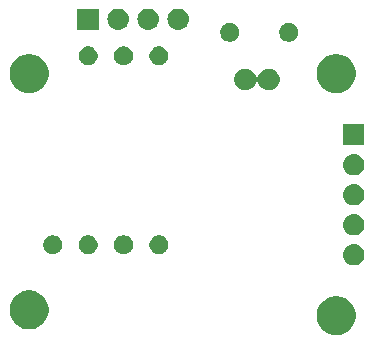
<source format=gbs>
G04 #@! TF.GenerationSoftware,KiCad,Pcbnew,(5.1.2-1)-1*
G04 #@! TF.CreationDate,2019-08-31T04:18:35+09:00*
G04 #@! TF.ProjectId,Schematic,53636865-6d61-4746-9963-2e6b69636164,rev?*
G04 #@! TF.SameCoordinates,Original*
G04 #@! TF.FileFunction,Soldermask,Bot*
G04 #@! TF.FilePolarity,Negative*
%FSLAX46Y46*%
G04 Gerber Fmt 4.6, Leading zero omitted, Abs format (unit mm)*
G04 Created by KiCad (PCBNEW (5.1.2-1)-1) date 2019-08-31 04:18:35*
%MOMM*%
%LPD*%
G04 APERTURE LIST*
%ADD10C,0.100000*%
G04 APERTURE END LIST*
D10*
G36*
X119375256Y-84891298D02*
G01*
X119481579Y-84912447D01*
X119782042Y-85036903D01*
X120052451Y-85217585D01*
X120282415Y-85447549D01*
X120282416Y-85447551D01*
X120463098Y-85717960D01*
X120587553Y-86018422D01*
X120651000Y-86337389D01*
X120651000Y-86662611D01*
X120608702Y-86875256D01*
X120587553Y-86981579D01*
X120463097Y-87282042D01*
X120282415Y-87552451D01*
X120052451Y-87782415D01*
X119782042Y-87963097D01*
X119481579Y-88087553D01*
X119375256Y-88108702D01*
X119162611Y-88151000D01*
X118837389Y-88151000D01*
X118624744Y-88108702D01*
X118518421Y-88087553D01*
X118217958Y-87963097D01*
X117947549Y-87782415D01*
X117717585Y-87552451D01*
X117536903Y-87282042D01*
X117412447Y-86981579D01*
X117391298Y-86875256D01*
X117349000Y-86662611D01*
X117349000Y-86337389D01*
X117412447Y-86018422D01*
X117536902Y-85717960D01*
X117717584Y-85447551D01*
X117717585Y-85447549D01*
X117947549Y-85217585D01*
X118217958Y-85036903D01*
X118518421Y-84912447D01*
X118624744Y-84891298D01*
X118837389Y-84849000D01*
X119162611Y-84849000D01*
X119375256Y-84891298D01*
X119375256Y-84891298D01*
G37*
G36*
X93375256Y-84391298D02*
G01*
X93481579Y-84412447D01*
X93782042Y-84536903D01*
X94052451Y-84717585D01*
X94282415Y-84947549D01*
X94463097Y-85217958D01*
X94558198Y-85447551D01*
X94587553Y-85518422D01*
X94627244Y-85717958D01*
X94651000Y-85837391D01*
X94651000Y-86162609D01*
X94587553Y-86481579D01*
X94463097Y-86782042D01*
X94282415Y-87052451D01*
X94052451Y-87282415D01*
X93782042Y-87463097D01*
X93481579Y-87587553D01*
X93375256Y-87608702D01*
X93162611Y-87651000D01*
X92837389Y-87651000D01*
X92624744Y-87608702D01*
X92518421Y-87587553D01*
X92217958Y-87463097D01*
X91947549Y-87282415D01*
X91717585Y-87052451D01*
X91536903Y-86782042D01*
X91412447Y-86481579D01*
X91349000Y-86162609D01*
X91349000Y-85837391D01*
X91372757Y-85717958D01*
X91412447Y-85518422D01*
X91441803Y-85447551D01*
X91536903Y-85217958D01*
X91717585Y-84947549D01*
X91947549Y-84717585D01*
X92217958Y-84536903D01*
X92518421Y-84412447D01*
X92624744Y-84391298D01*
X92837389Y-84349000D01*
X93162611Y-84349000D01*
X93375256Y-84391298D01*
X93375256Y-84391298D01*
G37*
G36*
X120610443Y-80435519D02*
G01*
X120676627Y-80442037D01*
X120846466Y-80493557D01*
X121002991Y-80577222D01*
X121038729Y-80606552D01*
X121140186Y-80689814D01*
X121223448Y-80791271D01*
X121252778Y-80827009D01*
X121336443Y-80983534D01*
X121387963Y-81153373D01*
X121405359Y-81330000D01*
X121387963Y-81506627D01*
X121336443Y-81676466D01*
X121252778Y-81832991D01*
X121223448Y-81868729D01*
X121140186Y-81970186D01*
X121038729Y-82053448D01*
X121002991Y-82082778D01*
X120846466Y-82166443D01*
X120676627Y-82217963D01*
X120610443Y-82224481D01*
X120544260Y-82231000D01*
X120455740Y-82231000D01*
X120389557Y-82224481D01*
X120323373Y-82217963D01*
X120153534Y-82166443D01*
X119997009Y-82082778D01*
X119961271Y-82053448D01*
X119859814Y-81970186D01*
X119776552Y-81868729D01*
X119747222Y-81832991D01*
X119663557Y-81676466D01*
X119612037Y-81506627D01*
X119594641Y-81330000D01*
X119612037Y-81153373D01*
X119663557Y-80983534D01*
X119747222Y-80827009D01*
X119776552Y-80791271D01*
X119859814Y-80689814D01*
X119961271Y-80606552D01*
X119997009Y-80577222D01*
X120153534Y-80493557D01*
X120323373Y-80442037D01*
X120389557Y-80435519D01*
X120455740Y-80429000D01*
X120544260Y-80429000D01*
X120610443Y-80435519D01*
X120610443Y-80435519D01*
G37*
G36*
X98233642Y-79729781D02*
G01*
X98379414Y-79790162D01*
X98379416Y-79790163D01*
X98510608Y-79877822D01*
X98622178Y-79989392D01*
X98709837Y-80120584D01*
X98709838Y-80120586D01*
X98770219Y-80266358D01*
X98801000Y-80421107D01*
X98801000Y-80578893D01*
X98770219Y-80733642D01*
X98731545Y-80827009D01*
X98709837Y-80879416D01*
X98622178Y-81010608D01*
X98510608Y-81122178D01*
X98379416Y-81209837D01*
X98379415Y-81209838D01*
X98379414Y-81209838D01*
X98233642Y-81270219D01*
X98078893Y-81301000D01*
X97921107Y-81301000D01*
X97766358Y-81270219D01*
X97620586Y-81209838D01*
X97620585Y-81209838D01*
X97620584Y-81209837D01*
X97489392Y-81122178D01*
X97377822Y-81010608D01*
X97290163Y-80879416D01*
X97268455Y-80827009D01*
X97229781Y-80733642D01*
X97199000Y-80578893D01*
X97199000Y-80421107D01*
X97229781Y-80266358D01*
X97290162Y-80120586D01*
X97290163Y-80120584D01*
X97377822Y-79989392D01*
X97489392Y-79877822D01*
X97620584Y-79790163D01*
X97620586Y-79790162D01*
X97766358Y-79729781D01*
X97921107Y-79699000D01*
X98078893Y-79699000D01*
X98233642Y-79729781D01*
X98233642Y-79729781D01*
G37*
G36*
X95233642Y-79729781D02*
G01*
X95379414Y-79790162D01*
X95379416Y-79790163D01*
X95510608Y-79877822D01*
X95622178Y-79989392D01*
X95709837Y-80120584D01*
X95709838Y-80120586D01*
X95770219Y-80266358D01*
X95801000Y-80421107D01*
X95801000Y-80578893D01*
X95770219Y-80733642D01*
X95731545Y-80827009D01*
X95709837Y-80879416D01*
X95622178Y-81010608D01*
X95510608Y-81122178D01*
X95379416Y-81209837D01*
X95379415Y-81209838D01*
X95379414Y-81209838D01*
X95233642Y-81270219D01*
X95078893Y-81301000D01*
X94921107Y-81301000D01*
X94766358Y-81270219D01*
X94620586Y-81209838D01*
X94620585Y-81209838D01*
X94620584Y-81209837D01*
X94489392Y-81122178D01*
X94377822Y-81010608D01*
X94290163Y-80879416D01*
X94268455Y-80827009D01*
X94229781Y-80733642D01*
X94199000Y-80578893D01*
X94199000Y-80421107D01*
X94229781Y-80266358D01*
X94290162Y-80120586D01*
X94290163Y-80120584D01*
X94377822Y-79989392D01*
X94489392Y-79877822D01*
X94620584Y-79790163D01*
X94620586Y-79790162D01*
X94766358Y-79729781D01*
X94921107Y-79699000D01*
X95078893Y-79699000D01*
X95233642Y-79729781D01*
X95233642Y-79729781D01*
G37*
G36*
X104233642Y-79729781D02*
G01*
X104379414Y-79790162D01*
X104379416Y-79790163D01*
X104510608Y-79877822D01*
X104622178Y-79989392D01*
X104709837Y-80120584D01*
X104709838Y-80120586D01*
X104770219Y-80266358D01*
X104801000Y-80421107D01*
X104801000Y-80578893D01*
X104770219Y-80733642D01*
X104731545Y-80827009D01*
X104709837Y-80879416D01*
X104622178Y-81010608D01*
X104510608Y-81122178D01*
X104379416Y-81209837D01*
X104379415Y-81209838D01*
X104379414Y-81209838D01*
X104233642Y-81270219D01*
X104078893Y-81301000D01*
X103921107Y-81301000D01*
X103766358Y-81270219D01*
X103620586Y-81209838D01*
X103620585Y-81209838D01*
X103620584Y-81209837D01*
X103489392Y-81122178D01*
X103377822Y-81010608D01*
X103290163Y-80879416D01*
X103268455Y-80827009D01*
X103229781Y-80733642D01*
X103199000Y-80578893D01*
X103199000Y-80421107D01*
X103229781Y-80266358D01*
X103290162Y-80120586D01*
X103290163Y-80120584D01*
X103377822Y-79989392D01*
X103489392Y-79877822D01*
X103620584Y-79790163D01*
X103620586Y-79790162D01*
X103766358Y-79729781D01*
X103921107Y-79699000D01*
X104078893Y-79699000D01*
X104233642Y-79729781D01*
X104233642Y-79729781D01*
G37*
G36*
X101233642Y-79729781D02*
G01*
X101379414Y-79790162D01*
X101379416Y-79790163D01*
X101510608Y-79877822D01*
X101622178Y-79989392D01*
X101709837Y-80120584D01*
X101709838Y-80120586D01*
X101770219Y-80266358D01*
X101801000Y-80421107D01*
X101801000Y-80578893D01*
X101770219Y-80733642D01*
X101731545Y-80827009D01*
X101709837Y-80879416D01*
X101622178Y-81010608D01*
X101510608Y-81122178D01*
X101379416Y-81209837D01*
X101379415Y-81209838D01*
X101379414Y-81209838D01*
X101233642Y-81270219D01*
X101078893Y-81301000D01*
X100921107Y-81301000D01*
X100766358Y-81270219D01*
X100620586Y-81209838D01*
X100620585Y-81209838D01*
X100620584Y-81209837D01*
X100489392Y-81122178D01*
X100377822Y-81010608D01*
X100290163Y-80879416D01*
X100268455Y-80827009D01*
X100229781Y-80733642D01*
X100199000Y-80578893D01*
X100199000Y-80421107D01*
X100229781Y-80266358D01*
X100290162Y-80120586D01*
X100290163Y-80120584D01*
X100377822Y-79989392D01*
X100489392Y-79877822D01*
X100620584Y-79790163D01*
X100620586Y-79790162D01*
X100766358Y-79729781D01*
X100921107Y-79699000D01*
X101078893Y-79699000D01*
X101233642Y-79729781D01*
X101233642Y-79729781D01*
G37*
G36*
X120610443Y-77895519D02*
G01*
X120676627Y-77902037D01*
X120846466Y-77953557D01*
X121002991Y-78037222D01*
X121038729Y-78066552D01*
X121140186Y-78149814D01*
X121223448Y-78251271D01*
X121252778Y-78287009D01*
X121336443Y-78443534D01*
X121387963Y-78613373D01*
X121405359Y-78790000D01*
X121387963Y-78966627D01*
X121336443Y-79136466D01*
X121252778Y-79292991D01*
X121223448Y-79328729D01*
X121140186Y-79430186D01*
X121038729Y-79513448D01*
X121002991Y-79542778D01*
X120846466Y-79626443D01*
X120676627Y-79677963D01*
X120610442Y-79684482D01*
X120544260Y-79691000D01*
X120455740Y-79691000D01*
X120389558Y-79684482D01*
X120323373Y-79677963D01*
X120153534Y-79626443D01*
X119997009Y-79542778D01*
X119961271Y-79513448D01*
X119859814Y-79430186D01*
X119776552Y-79328729D01*
X119747222Y-79292991D01*
X119663557Y-79136466D01*
X119612037Y-78966627D01*
X119594641Y-78790000D01*
X119612037Y-78613373D01*
X119663557Y-78443534D01*
X119747222Y-78287009D01*
X119776552Y-78251271D01*
X119859814Y-78149814D01*
X119961271Y-78066552D01*
X119997009Y-78037222D01*
X120153534Y-77953557D01*
X120323373Y-77902037D01*
X120389557Y-77895519D01*
X120455740Y-77889000D01*
X120544260Y-77889000D01*
X120610443Y-77895519D01*
X120610443Y-77895519D01*
G37*
G36*
X120610442Y-75355518D02*
G01*
X120676627Y-75362037D01*
X120846466Y-75413557D01*
X121002991Y-75497222D01*
X121038729Y-75526552D01*
X121140186Y-75609814D01*
X121223448Y-75711271D01*
X121252778Y-75747009D01*
X121336443Y-75903534D01*
X121387963Y-76073373D01*
X121405359Y-76250000D01*
X121387963Y-76426627D01*
X121336443Y-76596466D01*
X121252778Y-76752991D01*
X121223448Y-76788729D01*
X121140186Y-76890186D01*
X121038729Y-76973448D01*
X121002991Y-77002778D01*
X120846466Y-77086443D01*
X120676627Y-77137963D01*
X120610443Y-77144481D01*
X120544260Y-77151000D01*
X120455740Y-77151000D01*
X120389557Y-77144481D01*
X120323373Y-77137963D01*
X120153534Y-77086443D01*
X119997009Y-77002778D01*
X119961271Y-76973448D01*
X119859814Y-76890186D01*
X119776552Y-76788729D01*
X119747222Y-76752991D01*
X119663557Y-76596466D01*
X119612037Y-76426627D01*
X119594641Y-76250000D01*
X119612037Y-76073373D01*
X119663557Y-75903534D01*
X119747222Y-75747009D01*
X119776552Y-75711271D01*
X119859814Y-75609814D01*
X119961271Y-75526552D01*
X119997009Y-75497222D01*
X120153534Y-75413557D01*
X120323373Y-75362037D01*
X120389558Y-75355518D01*
X120455740Y-75349000D01*
X120544260Y-75349000D01*
X120610442Y-75355518D01*
X120610442Y-75355518D01*
G37*
G36*
X120610442Y-72815518D02*
G01*
X120676627Y-72822037D01*
X120846466Y-72873557D01*
X121002991Y-72957222D01*
X121038729Y-72986552D01*
X121140186Y-73069814D01*
X121223448Y-73171271D01*
X121252778Y-73207009D01*
X121336443Y-73363534D01*
X121387963Y-73533373D01*
X121405359Y-73710000D01*
X121387963Y-73886627D01*
X121336443Y-74056466D01*
X121252778Y-74212991D01*
X121223448Y-74248729D01*
X121140186Y-74350186D01*
X121038729Y-74433448D01*
X121002991Y-74462778D01*
X120846466Y-74546443D01*
X120676627Y-74597963D01*
X120610442Y-74604482D01*
X120544260Y-74611000D01*
X120455740Y-74611000D01*
X120389558Y-74604482D01*
X120323373Y-74597963D01*
X120153534Y-74546443D01*
X119997009Y-74462778D01*
X119961271Y-74433448D01*
X119859814Y-74350186D01*
X119776552Y-74248729D01*
X119747222Y-74212991D01*
X119663557Y-74056466D01*
X119612037Y-73886627D01*
X119594641Y-73710000D01*
X119612037Y-73533373D01*
X119663557Y-73363534D01*
X119747222Y-73207009D01*
X119776552Y-73171271D01*
X119859814Y-73069814D01*
X119961271Y-72986552D01*
X119997009Y-72957222D01*
X120153534Y-72873557D01*
X120323373Y-72822037D01*
X120389558Y-72815518D01*
X120455740Y-72809000D01*
X120544260Y-72809000D01*
X120610442Y-72815518D01*
X120610442Y-72815518D01*
G37*
G36*
X121401000Y-72071000D02*
G01*
X119599000Y-72071000D01*
X119599000Y-70269000D01*
X121401000Y-70269000D01*
X121401000Y-72071000D01*
X121401000Y-72071000D01*
G37*
G36*
X93375256Y-64391298D02*
G01*
X93481579Y-64412447D01*
X93782042Y-64536903D01*
X94052451Y-64717585D01*
X94282415Y-64947549D01*
X94457671Y-65209838D01*
X94463098Y-65217960D01*
X94587553Y-65518422D01*
X94651000Y-65837389D01*
X94651000Y-66162611D01*
X94587553Y-66481578D01*
X94471096Y-66762732D01*
X94463097Y-66782042D01*
X94282415Y-67052451D01*
X94052451Y-67282415D01*
X93782042Y-67463097D01*
X93481579Y-67587553D01*
X93375256Y-67608702D01*
X93162611Y-67651000D01*
X92837389Y-67651000D01*
X92624744Y-67608702D01*
X92518421Y-67587553D01*
X92217958Y-67463097D01*
X91947549Y-67282415D01*
X91717585Y-67052451D01*
X91536903Y-66782042D01*
X91528905Y-66762732D01*
X91412447Y-66481578D01*
X91349000Y-66162611D01*
X91349000Y-65837389D01*
X91412447Y-65518422D01*
X91536902Y-65217960D01*
X91542329Y-65209838D01*
X91717585Y-64947549D01*
X91947549Y-64717585D01*
X92217958Y-64536903D01*
X92518421Y-64412447D01*
X92624744Y-64391298D01*
X92837389Y-64349000D01*
X93162611Y-64349000D01*
X93375256Y-64391298D01*
X93375256Y-64391298D01*
G37*
G36*
X119375256Y-64391298D02*
G01*
X119481579Y-64412447D01*
X119782042Y-64536903D01*
X120052451Y-64717585D01*
X120282415Y-64947549D01*
X120457671Y-65209838D01*
X120463098Y-65217960D01*
X120587553Y-65518422D01*
X120651000Y-65837389D01*
X120651000Y-66162611D01*
X120587553Y-66481578D01*
X120471096Y-66762732D01*
X120463097Y-66782042D01*
X120282415Y-67052451D01*
X120052451Y-67282415D01*
X119782042Y-67463097D01*
X119481579Y-67587553D01*
X119375256Y-67608702D01*
X119162611Y-67651000D01*
X118837389Y-67651000D01*
X118624744Y-67608702D01*
X118518421Y-67587553D01*
X118217958Y-67463097D01*
X117947549Y-67282415D01*
X117717585Y-67052451D01*
X117536903Y-66782042D01*
X117528905Y-66762732D01*
X117412447Y-66481578D01*
X117349000Y-66162611D01*
X117349000Y-65837389D01*
X117412447Y-65518422D01*
X117536902Y-65217960D01*
X117542329Y-65209838D01*
X117717585Y-64947549D01*
X117947549Y-64717585D01*
X118217958Y-64536903D01*
X118518421Y-64412447D01*
X118624744Y-64391298D01*
X118837389Y-64349000D01*
X119162611Y-64349000D01*
X119375256Y-64391298D01*
X119375256Y-64391298D01*
G37*
G36*
X111570104Y-65609585D02*
G01*
X111738626Y-65679389D01*
X111890291Y-65780728D01*
X112019272Y-65909709D01*
X112120611Y-66061374D01*
X112184521Y-66215665D01*
X112196067Y-66237268D01*
X112211612Y-66256209D01*
X112230554Y-66271755D01*
X112252165Y-66283306D01*
X112275614Y-66290419D01*
X112300000Y-66292821D01*
X112324386Y-66290419D01*
X112347835Y-66283306D01*
X112369446Y-66271755D01*
X112388387Y-66256210D01*
X112403933Y-66237268D01*
X112415479Y-66215665D01*
X112479389Y-66061374D01*
X112580728Y-65909709D01*
X112709709Y-65780728D01*
X112861374Y-65679389D01*
X113029896Y-65609585D01*
X113208797Y-65574000D01*
X113391203Y-65574000D01*
X113570104Y-65609585D01*
X113738626Y-65679389D01*
X113890291Y-65780728D01*
X114019272Y-65909709D01*
X114120611Y-66061374D01*
X114190415Y-66229896D01*
X114226000Y-66408797D01*
X114226000Y-66591203D01*
X114190415Y-66770104D01*
X114120611Y-66938626D01*
X114019272Y-67090291D01*
X113890291Y-67219272D01*
X113738626Y-67320611D01*
X113570104Y-67390415D01*
X113391203Y-67426000D01*
X113208797Y-67426000D01*
X113029896Y-67390415D01*
X112861374Y-67320611D01*
X112709709Y-67219272D01*
X112580728Y-67090291D01*
X112479389Y-66938626D01*
X112415479Y-66784335D01*
X112403933Y-66762732D01*
X112388388Y-66743791D01*
X112369446Y-66728245D01*
X112347835Y-66716694D01*
X112324386Y-66709581D01*
X112300000Y-66707179D01*
X112275614Y-66709581D01*
X112252165Y-66716694D01*
X112230554Y-66728245D01*
X112211613Y-66743790D01*
X112196067Y-66762732D01*
X112184521Y-66784335D01*
X112120611Y-66938626D01*
X112019272Y-67090291D01*
X111890291Y-67219272D01*
X111738626Y-67320611D01*
X111570104Y-67390415D01*
X111391203Y-67426000D01*
X111208797Y-67426000D01*
X111029896Y-67390415D01*
X110861374Y-67320611D01*
X110709709Y-67219272D01*
X110580728Y-67090291D01*
X110479389Y-66938626D01*
X110409585Y-66770104D01*
X110374000Y-66591203D01*
X110374000Y-66408797D01*
X110409585Y-66229896D01*
X110479389Y-66061374D01*
X110580728Y-65909709D01*
X110709709Y-65780728D01*
X110861374Y-65679389D01*
X111029896Y-65609585D01*
X111208797Y-65574000D01*
X111391203Y-65574000D01*
X111570104Y-65609585D01*
X111570104Y-65609585D01*
G37*
G36*
X104233642Y-63729781D02*
G01*
X104379414Y-63790162D01*
X104379416Y-63790163D01*
X104510608Y-63877822D01*
X104622178Y-63989392D01*
X104709837Y-64120584D01*
X104709838Y-64120586D01*
X104770219Y-64266358D01*
X104801000Y-64421107D01*
X104801000Y-64578893D01*
X104770219Y-64733642D01*
X104709838Y-64879414D01*
X104709837Y-64879416D01*
X104622178Y-65010608D01*
X104510608Y-65122178D01*
X104379416Y-65209837D01*
X104379415Y-65209838D01*
X104379414Y-65209838D01*
X104233642Y-65270219D01*
X104078893Y-65301000D01*
X103921107Y-65301000D01*
X103766358Y-65270219D01*
X103620586Y-65209838D01*
X103620585Y-65209838D01*
X103620584Y-65209837D01*
X103489392Y-65122178D01*
X103377822Y-65010608D01*
X103290163Y-64879416D01*
X103290162Y-64879414D01*
X103229781Y-64733642D01*
X103199000Y-64578893D01*
X103199000Y-64421107D01*
X103229781Y-64266358D01*
X103290162Y-64120586D01*
X103290163Y-64120584D01*
X103377822Y-63989392D01*
X103489392Y-63877822D01*
X103620584Y-63790163D01*
X103620586Y-63790162D01*
X103766358Y-63729781D01*
X103921107Y-63699000D01*
X104078893Y-63699000D01*
X104233642Y-63729781D01*
X104233642Y-63729781D01*
G37*
G36*
X101233642Y-63729781D02*
G01*
X101379414Y-63790162D01*
X101379416Y-63790163D01*
X101510608Y-63877822D01*
X101622178Y-63989392D01*
X101709837Y-64120584D01*
X101709838Y-64120586D01*
X101770219Y-64266358D01*
X101801000Y-64421107D01*
X101801000Y-64578893D01*
X101770219Y-64733642D01*
X101709838Y-64879414D01*
X101709837Y-64879416D01*
X101622178Y-65010608D01*
X101510608Y-65122178D01*
X101379416Y-65209837D01*
X101379415Y-65209838D01*
X101379414Y-65209838D01*
X101233642Y-65270219D01*
X101078893Y-65301000D01*
X100921107Y-65301000D01*
X100766358Y-65270219D01*
X100620586Y-65209838D01*
X100620585Y-65209838D01*
X100620584Y-65209837D01*
X100489392Y-65122178D01*
X100377822Y-65010608D01*
X100290163Y-64879416D01*
X100290162Y-64879414D01*
X100229781Y-64733642D01*
X100199000Y-64578893D01*
X100199000Y-64421107D01*
X100229781Y-64266358D01*
X100290162Y-64120586D01*
X100290163Y-64120584D01*
X100377822Y-63989392D01*
X100489392Y-63877822D01*
X100620584Y-63790163D01*
X100620586Y-63790162D01*
X100766358Y-63729781D01*
X100921107Y-63699000D01*
X101078893Y-63699000D01*
X101233642Y-63729781D01*
X101233642Y-63729781D01*
G37*
G36*
X98233642Y-63729781D02*
G01*
X98379414Y-63790162D01*
X98379416Y-63790163D01*
X98510608Y-63877822D01*
X98622178Y-63989392D01*
X98709837Y-64120584D01*
X98709838Y-64120586D01*
X98770219Y-64266358D01*
X98801000Y-64421107D01*
X98801000Y-64578893D01*
X98770219Y-64733642D01*
X98709838Y-64879414D01*
X98709837Y-64879416D01*
X98622178Y-65010608D01*
X98510608Y-65122178D01*
X98379416Y-65209837D01*
X98379415Y-65209838D01*
X98379414Y-65209838D01*
X98233642Y-65270219D01*
X98078893Y-65301000D01*
X97921107Y-65301000D01*
X97766358Y-65270219D01*
X97620586Y-65209838D01*
X97620585Y-65209838D01*
X97620584Y-65209837D01*
X97489392Y-65122178D01*
X97377822Y-65010608D01*
X97290163Y-64879416D01*
X97290162Y-64879414D01*
X97229781Y-64733642D01*
X97199000Y-64578893D01*
X97199000Y-64421107D01*
X97229781Y-64266358D01*
X97290162Y-64120586D01*
X97290163Y-64120584D01*
X97377822Y-63989392D01*
X97489392Y-63877822D01*
X97620584Y-63790163D01*
X97620586Y-63790162D01*
X97766358Y-63729781D01*
X97921107Y-63699000D01*
X98078893Y-63699000D01*
X98233642Y-63729781D01*
X98233642Y-63729781D01*
G37*
G36*
X110233642Y-61729781D02*
G01*
X110379414Y-61790162D01*
X110379416Y-61790163D01*
X110510608Y-61877822D01*
X110622178Y-61989392D01*
X110656117Y-62040186D01*
X110709838Y-62120586D01*
X110770219Y-62266358D01*
X110801000Y-62421107D01*
X110801000Y-62578893D01*
X110770219Y-62733642D01*
X110709838Y-62879414D01*
X110709837Y-62879416D01*
X110622178Y-63010608D01*
X110510608Y-63122178D01*
X110379416Y-63209837D01*
X110379415Y-63209838D01*
X110379414Y-63209838D01*
X110233642Y-63270219D01*
X110078893Y-63301000D01*
X109921107Y-63301000D01*
X109766358Y-63270219D01*
X109620586Y-63209838D01*
X109620585Y-63209838D01*
X109620584Y-63209837D01*
X109489392Y-63122178D01*
X109377822Y-63010608D01*
X109290163Y-62879416D01*
X109290162Y-62879414D01*
X109229781Y-62733642D01*
X109199000Y-62578893D01*
X109199000Y-62421107D01*
X109229781Y-62266358D01*
X109290162Y-62120586D01*
X109343883Y-62040186D01*
X109377822Y-61989392D01*
X109489392Y-61877822D01*
X109620584Y-61790163D01*
X109620586Y-61790162D01*
X109766358Y-61729781D01*
X109921107Y-61699000D01*
X110078893Y-61699000D01*
X110233642Y-61729781D01*
X110233642Y-61729781D01*
G37*
G36*
X115233642Y-61729781D02*
G01*
X115379414Y-61790162D01*
X115379416Y-61790163D01*
X115510608Y-61877822D01*
X115622178Y-61989392D01*
X115656117Y-62040186D01*
X115709838Y-62120586D01*
X115770219Y-62266358D01*
X115801000Y-62421107D01*
X115801000Y-62578893D01*
X115770219Y-62733642D01*
X115709838Y-62879414D01*
X115709837Y-62879416D01*
X115622178Y-63010608D01*
X115510608Y-63122178D01*
X115379416Y-63209837D01*
X115379415Y-63209838D01*
X115379414Y-63209838D01*
X115233642Y-63270219D01*
X115078893Y-63301000D01*
X114921107Y-63301000D01*
X114766358Y-63270219D01*
X114620586Y-63209838D01*
X114620585Y-63209838D01*
X114620584Y-63209837D01*
X114489392Y-63122178D01*
X114377822Y-63010608D01*
X114290163Y-62879416D01*
X114290162Y-62879414D01*
X114229781Y-62733642D01*
X114199000Y-62578893D01*
X114199000Y-62421107D01*
X114229781Y-62266358D01*
X114290162Y-62120586D01*
X114343883Y-62040186D01*
X114377822Y-61989392D01*
X114489392Y-61877822D01*
X114620584Y-61790163D01*
X114620586Y-61790162D01*
X114766358Y-61729781D01*
X114921107Y-61699000D01*
X115078893Y-61699000D01*
X115233642Y-61729781D01*
X115233642Y-61729781D01*
G37*
G36*
X98901000Y-62301000D02*
G01*
X97099000Y-62301000D01*
X97099000Y-60499000D01*
X98901000Y-60499000D01*
X98901000Y-62301000D01*
X98901000Y-62301000D01*
G37*
G36*
X100650443Y-60505519D02*
G01*
X100716627Y-60512037D01*
X100886466Y-60563557D01*
X101042991Y-60647222D01*
X101078729Y-60676552D01*
X101180186Y-60759814D01*
X101263448Y-60861271D01*
X101292778Y-60897009D01*
X101376443Y-61053534D01*
X101427963Y-61223373D01*
X101445359Y-61400000D01*
X101427963Y-61576627D01*
X101376443Y-61746466D01*
X101292778Y-61902991D01*
X101263448Y-61938729D01*
X101180186Y-62040186D01*
X101082219Y-62120584D01*
X101042991Y-62152778D01*
X100886466Y-62236443D01*
X100716627Y-62287963D01*
X100650443Y-62294481D01*
X100584260Y-62301000D01*
X100495740Y-62301000D01*
X100429557Y-62294481D01*
X100363373Y-62287963D01*
X100193534Y-62236443D01*
X100037009Y-62152778D01*
X99997781Y-62120584D01*
X99899814Y-62040186D01*
X99816552Y-61938729D01*
X99787222Y-61902991D01*
X99703557Y-61746466D01*
X99652037Y-61576627D01*
X99634641Y-61400000D01*
X99652037Y-61223373D01*
X99703557Y-61053534D01*
X99787222Y-60897009D01*
X99816552Y-60861271D01*
X99899814Y-60759814D01*
X100001271Y-60676552D01*
X100037009Y-60647222D01*
X100193534Y-60563557D01*
X100363373Y-60512037D01*
X100429557Y-60505519D01*
X100495740Y-60499000D01*
X100584260Y-60499000D01*
X100650443Y-60505519D01*
X100650443Y-60505519D01*
G37*
G36*
X103190443Y-60505519D02*
G01*
X103256627Y-60512037D01*
X103426466Y-60563557D01*
X103582991Y-60647222D01*
X103618729Y-60676552D01*
X103720186Y-60759814D01*
X103803448Y-60861271D01*
X103832778Y-60897009D01*
X103916443Y-61053534D01*
X103967963Y-61223373D01*
X103985359Y-61400000D01*
X103967963Y-61576627D01*
X103916443Y-61746466D01*
X103832778Y-61902991D01*
X103803448Y-61938729D01*
X103720186Y-62040186D01*
X103622219Y-62120584D01*
X103582991Y-62152778D01*
X103426466Y-62236443D01*
X103256627Y-62287963D01*
X103190443Y-62294481D01*
X103124260Y-62301000D01*
X103035740Y-62301000D01*
X102969557Y-62294481D01*
X102903373Y-62287963D01*
X102733534Y-62236443D01*
X102577009Y-62152778D01*
X102537781Y-62120584D01*
X102439814Y-62040186D01*
X102356552Y-61938729D01*
X102327222Y-61902991D01*
X102243557Y-61746466D01*
X102192037Y-61576627D01*
X102174641Y-61400000D01*
X102192037Y-61223373D01*
X102243557Y-61053534D01*
X102327222Y-60897009D01*
X102356552Y-60861271D01*
X102439814Y-60759814D01*
X102541271Y-60676552D01*
X102577009Y-60647222D01*
X102733534Y-60563557D01*
X102903373Y-60512037D01*
X102969557Y-60505519D01*
X103035740Y-60499000D01*
X103124260Y-60499000D01*
X103190443Y-60505519D01*
X103190443Y-60505519D01*
G37*
G36*
X105730443Y-60505519D02*
G01*
X105796627Y-60512037D01*
X105966466Y-60563557D01*
X106122991Y-60647222D01*
X106158729Y-60676552D01*
X106260186Y-60759814D01*
X106343448Y-60861271D01*
X106372778Y-60897009D01*
X106456443Y-61053534D01*
X106507963Y-61223373D01*
X106525359Y-61400000D01*
X106507963Y-61576627D01*
X106456443Y-61746466D01*
X106372778Y-61902991D01*
X106343448Y-61938729D01*
X106260186Y-62040186D01*
X106162219Y-62120584D01*
X106122991Y-62152778D01*
X105966466Y-62236443D01*
X105796627Y-62287963D01*
X105730443Y-62294481D01*
X105664260Y-62301000D01*
X105575740Y-62301000D01*
X105509557Y-62294481D01*
X105443373Y-62287963D01*
X105273534Y-62236443D01*
X105117009Y-62152778D01*
X105077781Y-62120584D01*
X104979814Y-62040186D01*
X104896552Y-61938729D01*
X104867222Y-61902991D01*
X104783557Y-61746466D01*
X104732037Y-61576627D01*
X104714641Y-61400000D01*
X104732037Y-61223373D01*
X104783557Y-61053534D01*
X104867222Y-60897009D01*
X104896552Y-60861271D01*
X104979814Y-60759814D01*
X105081271Y-60676552D01*
X105117009Y-60647222D01*
X105273534Y-60563557D01*
X105443373Y-60512037D01*
X105509557Y-60505519D01*
X105575740Y-60499000D01*
X105664260Y-60499000D01*
X105730443Y-60505519D01*
X105730443Y-60505519D01*
G37*
M02*

</source>
